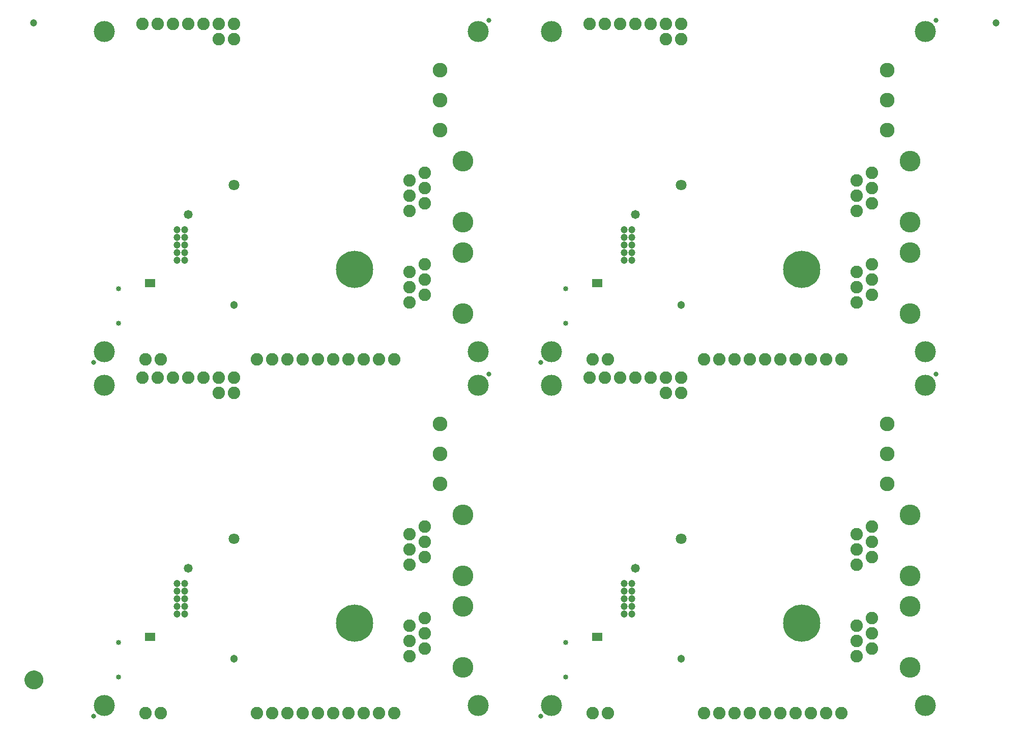
<source format=gbs>
G04 EAGLE Gerber RS-274X export*
G75*
%MOMM*%
%FSLAX34Y34*%
%LPD*%
%INSoldermask Bottom*%
%IPPOS*%
%AMOC8*
5,1,8,0,0,1.08239X$1,22.5*%
G01*
%ADD10C,0.853200*%
%ADD11C,0.838200*%
%ADD12C,3.505200*%
%ADD13C,2.082800*%
%ADD14C,1.203200*%
%ADD15C,6.203200*%
%ADD16C,2.453200*%
%ADD17C,3.454400*%
%ADD18C,1.303200*%
%ADD19C,1.803200*%
%ADD20R,0.838200X1.473200*%
%ADD21C,1.473200*%
%ADD22C,1.270000*%
%ADD23C,1.703200*%


D10*
X49050Y130500D03*
X49050Y72700D03*
D11*
X7620Y7620D03*
X665480Y577850D03*
D12*
X647700Y558800D03*
X25400Y558800D03*
X647700Y25400D03*
X25400Y25400D03*
D13*
X93980Y12700D03*
X119380Y12700D03*
D14*
X158750Y190500D03*
X158750Y203200D03*
X158750Y215900D03*
X158750Y228600D03*
X158750Y177800D03*
X146050Y190500D03*
X146050Y203200D03*
X146050Y215900D03*
X146050Y228600D03*
X146050Y177800D03*
D13*
X190500Y571500D03*
X165100Y571500D03*
X139700Y571500D03*
X114300Y571500D03*
X88900Y571500D03*
X406400Y12700D03*
X381000Y12700D03*
X355600Y12700D03*
X330200Y12700D03*
X304800Y12700D03*
X279400Y12700D03*
X431800Y12700D03*
X457200Y12700D03*
X482600Y12700D03*
X508000Y12700D03*
D15*
X442000Y163000D03*
D16*
X584200Y494500D03*
X584200Y444500D03*
X584200Y394500D03*
D13*
X533400Y107950D03*
X558800Y120650D03*
X533400Y133350D03*
X558800Y146050D03*
X533400Y158750D03*
X558800Y171450D03*
D17*
X622300Y88900D03*
X622300Y190500D03*
D13*
X533400Y260350D03*
X558800Y273050D03*
X533400Y285750D03*
X558800Y298450D03*
X533400Y311150D03*
X558800Y323850D03*
D17*
X622300Y241300D03*
X622300Y342900D03*
D18*
X241300Y103200D03*
D19*
X241300Y303200D03*
D13*
X215900Y571500D03*
X241300Y571500D03*
X215900Y546100D03*
X241300Y546100D03*
D20*
X105664Y139700D03*
X97536Y139700D03*
D21*
X165100Y254000D03*
D10*
X793270Y130500D03*
X793270Y72700D03*
D11*
X751840Y7620D03*
X1409700Y577850D03*
D12*
X1391920Y558800D03*
X769620Y558800D03*
X1391920Y25400D03*
X769620Y25400D03*
D13*
X838200Y12700D03*
X863600Y12700D03*
D14*
X902970Y190500D03*
X902970Y203200D03*
X902970Y215900D03*
X902970Y228600D03*
X902970Y177800D03*
X890270Y190500D03*
X890270Y203200D03*
X890270Y215900D03*
X890270Y228600D03*
X890270Y177800D03*
D13*
X934720Y571500D03*
X909320Y571500D03*
X883920Y571500D03*
X858520Y571500D03*
X833120Y571500D03*
X1150620Y12700D03*
X1125220Y12700D03*
X1099820Y12700D03*
X1074420Y12700D03*
X1049020Y12700D03*
X1023620Y12700D03*
X1176020Y12700D03*
X1201420Y12700D03*
X1226820Y12700D03*
X1252220Y12700D03*
D15*
X1186220Y163000D03*
D16*
X1328420Y494500D03*
X1328420Y444500D03*
X1328420Y394500D03*
D13*
X1277620Y107950D03*
X1303020Y120650D03*
X1277620Y133350D03*
X1303020Y146050D03*
X1277620Y158750D03*
X1303020Y171450D03*
D17*
X1366520Y88900D03*
X1366520Y190500D03*
D13*
X1277620Y260350D03*
X1303020Y273050D03*
X1277620Y285750D03*
X1303020Y298450D03*
X1277620Y311150D03*
X1303020Y323850D03*
D17*
X1366520Y241300D03*
X1366520Y342900D03*
D18*
X985520Y103200D03*
D19*
X985520Y303200D03*
D13*
X960120Y571500D03*
X985520Y571500D03*
X960120Y546100D03*
X985520Y546100D03*
D20*
X849884Y139700D03*
X841756Y139700D03*
D21*
X909320Y254000D03*
D10*
X49050Y719780D03*
X49050Y661980D03*
D11*
X7620Y596900D03*
X665480Y1167130D03*
D12*
X647700Y1148080D03*
X25400Y1148080D03*
X647700Y614680D03*
X25400Y614680D03*
D13*
X93980Y601980D03*
X119380Y601980D03*
D14*
X158750Y779780D03*
X158750Y792480D03*
X158750Y805180D03*
X158750Y817880D03*
X158750Y767080D03*
X146050Y779780D03*
X146050Y792480D03*
X146050Y805180D03*
X146050Y817880D03*
X146050Y767080D03*
D13*
X190500Y1160780D03*
X165100Y1160780D03*
X139700Y1160780D03*
X114300Y1160780D03*
X88900Y1160780D03*
X406400Y601980D03*
X381000Y601980D03*
X355600Y601980D03*
X330200Y601980D03*
X304800Y601980D03*
X279400Y601980D03*
X431800Y601980D03*
X457200Y601980D03*
X482600Y601980D03*
X508000Y601980D03*
D15*
X442000Y752280D03*
D16*
X584200Y1083780D03*
X584200Y1033780D03*
X584200Y983780D03*
D13*
X533400Y697230D03*
X558800Y709930D03*
X533400Y722630D03*
X558800Y735330D03*
X533400Y748030D03*
X558800Y760730D03*
D17*
X622300Y678180D03*
X622300Y779780D03*
D13*
X533400Y849630D03*
X558800Y862330D03*
X533400Y875030D03*
X558800Y887730D03*
X533400Y900430D03*
X558800Y913130D03*
D17*
X622300Y830580D03*
X622300Y932180D03*
D18*
X241300Y692480D03*
D19*
X241300Y892480D03*
D13*
X215900Y1160780D03*
X241300Y1160780D03*
X215900Y1135380D03*
X241300Y1135380D03*
D20*
X105664Y728980D03*
X97536Y728980D03*
D21*
X165100Y843280D03*
D10*
X793270Y719780D03*
X793270Y661980D03*
D11*
X751840Y596900D03*
X1409700Y1167130D03*
D12*
X1391920Y1148080D03*
X769620Y1148080D03*
X1391920Y614680D03*
X769620Y614680D03*
D13*
X838200Y601980D03*
X863600Y601980D03*
D14*
X902970Y779780D03*
X902970Y792480D03*
X902970Y805180D03*
X902970Y817880D03*
X902970Y767080D03*
X890270Y779780D03*
X890270Y792480D03*
X890270Y805180D03*
X890270Y817880D03*
X890270Y767080D03*
D13*
X934720Y1160780D03*
X909320Y1160780D03*
X883920Y1160780D03*
X858520Y1160780D03*
X833120Y1160780D03*
X1150620Y601980D03*
X1125220Y601980D03*
X1099820Y601980D03*
X1074420Y601980D03*
X1049020Y601980D03*
X1023620Y601980D03*
X1176020Y601980D03*
X1201420Y601980D03*
X1226820Y601980D03*
X1252220Y601980D03*
D15*
X1186220Y752280D03*
D16*
X1328420Y1083780D03*
X1328420Y1033780D03*
X1328420Y983780D03*
D13*
X1277620Y697230D03*
X1303020Y709930D03*
X1277620Y722630D03*
X1303020Y735330D03*
X1277620Y748030D03*
X1303020Y760730D03*
D17*
X1366520Y678180D03*
X1366520Y779780D03*
D13*
X1277620Y849630D03*
X1303020Y862330D03*
X1277620Y875030D03*
X1303020Y887730D03*
X1277620Y900430D03*
X1303020Y913130D03*
D17*
X1366520Y830580D03*
X1366520Y932180D03*
D18*
X985520Y692480D03*
D19*
X985520Y892480D03*
D13*
X960120Y1160780D03*
X985520Y1160780D03*
X960120Y1135380D03*
X985520Y1135380D03*
D20*
X849884Y728980D03*
X841756Y728980D03*
D21*
X909320Y843280D03*
D14*
X-92278Y1162685D03*
X1509598Y1162685D03*
D22*
X-101333Y68580D02*
X-101330Y68802D01*
X-101322Y69024D01*
X-101308Y69246D01*
X-101289Y69468D01*
X-101265Y69688D01*
X-101235Y69909D01*
X-101200Y70128D01*
X-101159Y70347D01*
X-101113Y70564D01*
X-101062Y70780D01*
X-101005Y70995D01*
X-100943Y71209D01*
X-100876Y71420D01*
X-100804Y71631D01*
X-100726Y71839D01*
X-100644Y72045D01*
X-100556Y72249D01*
X-100464Y72452D01*
X-100366Y72651D01*
X-100264Y72848D01*
X-100157Y73043D01*
X-100045Y73235D01*
X-99928Y73424D01*
X-99807Y73611D01*
X-99681Y73794D01*
X-99551Y73974D01*
X-99416Y74151D01*
X-99278Y74324D01*
X-99135Y74494D01*
X-98987Y74661D01*
X-98836Y74824D01*
X-98681Y74983D01*
X-98522Y75138D01*
X-98359Y75289D01*
X-98192Y75437D01*
X-98022Y75580D01*
X-97849Y75718D01*
X-97672Y75853D01*
X-97492Y75983D01*
X-97309Y76109D01*
X-97122Y76230D01*
X-96933Y76347D01*
X-96741Y76459D01*
X-96546Y76566D01*
X-96349Y76668D01*
X-96150Y76766D01*
X-95947Y76858D01*
X-95743Y76946D01*
X-95537Y77028D01*
X-95329Y77106D01*
X-95118Y77178D01*
X-94907Y77245D01*
X-94693Y77307D01*
X-94478Y77364D01*
X-94262Y77415D01*
X-94045Y77461D01*
X-93826Y77502D01*
X-93607Y77537D01*
X-93386Y77567D01*
X-93166Y77591D01*
X-92944Y77610D01*
X-92722Y77624D01*
X-92500Y77632D01*
X-92278Y77635D01*
X-92056Y77632D01*
X-91834Y77624D01*
X-91612Y77610D01*
X-91390Y77591D01*
X-91170Y77567D01*
X-90949Y77537D01*
X-90730Y77502D01*
X-90511Y77461D01*
X-90294Y77415D01*
X-90078Y77364D01*
X-89863Y77307D01*
X-89649Y77245D01*
X-89438Y77178D01*
X-89227Y77106D01*
X-89019Y77028D01*
X-88813Y76946D01*
X-88609Y76858D01*
X-88406Y76766D01*
X-88207Y76668D01*
X-88010Y76566D01*
X-87815Y76459D01*
X-87623Y76347D01*
X-87434Y76230D01*
X-87247Y76109D01*
X-87064Y75983D01*
X-86884Y75853D01*
X-86707Y75718D01*
X-86534Y75580D01*
X-86364Y75437D01*
X-86197Y75289D01*
X-86034Y75138D01*
X-85875Y74983D01*
X-85720Y74824D01*
X-85569Y74661D01*
X-85421Y74494D01*
X-85278Y74324D01*
X-85140Y74151D01*
X-85005Y73974D01*
X-84875Y73794D01*
X-84749Y73611D01*
X-84628Y73424D01*
X-84511Y73235D01*
X-84399Y73043D01*
X-84292Y72848D01*
X-84190Y72651D01*
X-84092Y72452D01*
X-84000Y72249D01*
X-83912Y72045D01*
X-83830Y71839D01*
X-83752Y71631D01*
X-83680Y71420D01*
X-83613Y71209D01*
X-83551Y70995D01*
X-83494Y70780D01*
X-83443Y70564D01*
X-83397Y70347D01*
X-83356Y70128D01*
X-83321Y69909D01*
X-83291Y69688D01*
X-83267Y69468D01*
X-83248Y69246D01*
X-83234Y69024D01*
X-83226Y68802D01*
X-83223Y68580D01*
X-83226Y68358D01*
X-83234Y68136D01*
X-83248Y67914D01*
X-83267Y67692D01*
X-83291Y67472D01*
X-83321Y67251D01*
X-83356Y67032D01*
X-83397Y66813D01*
X-83443Y66596D01*
X-83494Y66380D01*
X-83551Y66165D01*
X-83613Y65951D01*
X-83680Y65740D01*
X-83752Y65529D01*
X-83830Y65321D01*
X-83912Y65115D01*
X-84000Y64911D01*
X-84092Y64708D01*
X-84190Y64509D01*
X-84292Y64312D01*
X-84399Y64117D01*
X-84511Y63925D01*
X-84628Y63736D01*
X-84749Y63549D01*
X-84875Y63366D01*
X-85005Y63186D01*
X-85140Y63009D01*
X-85278Y62836D01*
X-85421Y62666D01*
X-85569Y62499D01*
X-85720Y62336D01*
X-85875Y62177D01*
X-86034Y62022D01*
X-86197Y61871D01*
X-86364Y61723D01*
X-86534Y61580D01*
X-86707Y61442D01*
X-86884Y61307D01*
X-87064Y61177D01*
X-87247Y61051D01*
X-87434Y60930D01*
X-87623Y60813D01*
X-87815Y60701D01*
X-88010Y60594D01*
X-88207Y60492D01*
X-88406Y60394D01*
X-88609Y60302D01*
X-88813Y60214D01*
X-89019Y60132D01*
X-89227Y60054D01*
X-89438Y59982D01*
X-89649Y59915D01*
X-89863Y59853D01*
X-90078Y59796D01*
X-90294Y59745D01*
X-90511Y59699D01*
X-90730Y59658D01*
X-90949Y59623D01*
X-91170Y59593D01*
X-91390Y59569D01*
X-91612Y59550D01*
X-91834Y59536D01*
X-92056Y59528D01*
X-92278Y59525D01*
X-92500Y59528D01*
X-92722Y59536D01*
X-92944Y59550D01*
X-93166Y59569D01*
X-93386Y59593D01*
X-93607Y59623D01*
X-93826Y59658D01*
X-94045Y59699D01*
X-94262Y59745D01*
X-94478Y59796D01*
X-94693Y59853D01*
X-94907Y59915D01*
X-95118Y59982D01*
X-95329Y60054D01*
X-95537Y60132D01*
X-95743Y60214D01*
X-95947Y60302D01*
X-96150Y60394D01*
X-96349Y60492D01*
X-96546Y60594D01*
X-96741Y60701D01*
X-96933Y60813D01*
X-97122Y60930D01*
X-97309Y61051D01*
X-97492Y61177D01*
X-97672Y61307D01*
X-97849Y61442D01*
X-98022Y61580D01*
X-98192Y61723D01*
X-98359Y61871D01*
X-98522Y62022D01*
X-98681Y62177D01*
X-98836Y62336D01*
X-98987Y62499D01*
X-99135Y62666D01*
X-99278Y62836D01*
X-99416Y63009D01*
X-99551Y63186D01*
X-99681Y63366D01*
X-99807Y63549D01*
X-99928Y63736D01*
X-100045Y63925D01*
X-100157Y64117D01*
X-100264Y64312D01*
X-100366Y64509D01*
X-100464Y64708D01*
X-100556Y64911D01*
X-100644Y65115D01*
X-100726Y65321D01*
X-100804Y65529D01*
X-100876Y65740D01*
X-100943Y65951D01*
X-101005Y66165D01*
X-101062Y66380D01*
X-101113Y66596D01*
X-101159Y66813D01*
X-101200Y67032D01*
X-101235Y67251D01*
X-101265Y67472D01*
X-101289Y67692D01*
X-101308Y67914D01*
X-101322Y68136D01*
X-101330Y68358D01*
X-101333Y68580D01*
D23*
X-92278Y68580D03*
M02*

</source>
